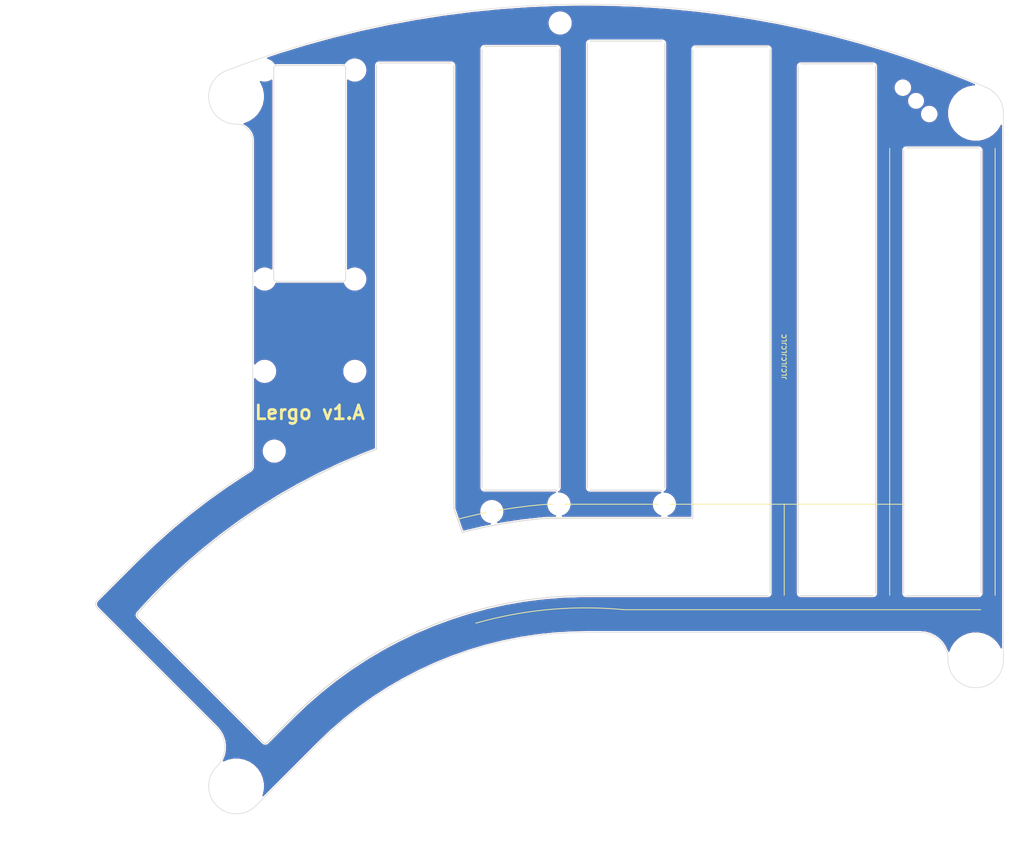
<source format=kicad_pcb>
(kicad_pcb (version 20171130) (host pcbnew 5.1.11-e4df9d881f~92~ubuntu20.04.1)
  (title_block (title "Lergo top plate with rails, large cutouts") (date 2021-11-11) (rev v1.A) (company "Axel Voitier") (comment 1 "SPDX-License-Identifier: CERN-OHL-W-2.0") (comment 2 "Large cutouts variant") (comment 3 "Rail based layout variant"))
  (layers (0 F.Cu signal) (31 B.Cu signal) (34 B.Paste user hide) (35 F.Paste user hide) (36 B.SilkS user hide) (37 F.SilkS user) (38 B.Mask user hide) (39 F.Mask user hide) (44 Edge.Cuts user))
  (net 0 "")
  (module "Lergo Footprints:M2_with_washer" (layer F.Cu) (at 156.92375 108.575)
    (fp_text reference REF** hide)
    (fp_text value MountingHole_2.2mm_M2_ISO14580)
    (pad "" np_thru_hole circle (at 0 0) (size 2 2) (drill 2) (layers *.Cu *.Mask) (clearance 1.1))
  )
  (module "Lergo Footprints:M5_with_washer" (layer F.Cu) (at 98.638899 34.932171)
    (fp_text reference REF** hide)
    (fp_text value MountingHole_2.2mm_M2_ISO14580)
    (pad "" np_thru_hole circle (at 0 0) (size 5.3 5.3) (drill 5.3) (layers *.Cu *.Mask) (clearance 2.35))
  )
  (module "Lergo Footprints:M5_with_washer" (layer F.Cu) (at 98.638899 159.529137)
    (fp_text reference REF** hide)
    (fp_text value MountingHole_2.2mm_M2_ISO14580)
    (pad "" np_thru_hole circle (at 0 0) (size 5.3 5.3) (drill 5.3) (layers *.Cu *.Mask) (clearance 2.35))
  )
  (module "Lergo Footprints:M5_with_washer" (layer F.Cu) (at 232.220381 136.74)
    (fp_text reference REF** hide)
    (fp_text value MountingHole_2.2mm_M2_ISO14580)
    (pad "" np_thru_hole circle (at 0 0) (size 5.3 5.3) (drill 5.3) (layers *.Cu *.Mask) (clearance 2.35))
  )
  (module "Lergo Footprints:M5_with_washer" (layer F.Cu) (at 232.220381 37.928844)
    (fp_text reference REF** hide)
    (fp_text value MountingHole_2.2mm_M2_ISO14580)
    (pad "" np_thru_hole circle (at 0 0) (size 5.3 5.3) (drill 5.3) (layers *.Cu *.Mask) (clearance 2.35))
  )
  (module "Lergo Footprints:JLCBCB_OrderNumber" (layer F.Cu) (at 197.625 81.975 270)
    (fp_text reference JLCJLCJLCJLC (at 0 0 90) (layer F.SilkS) (effects (font (size 0.8 0.8))))
    (fp_text value JLCBCB_OrderNumber)
  )
  (module "Lergo Footprints:M2_with_washer" (layer F.Cu) (at 175.97375 108.595)
    (fp_text reference REF** hide)
    (fp_text value MountingHole_2.2mm_M2_ISO14580)
    (pad "" np_thru_hole circle (at 0 0) (size 2 2) (drill 2) (layers *.Cu *.Mask) (clearance 1.1))
  )
  (module "Lergo Footprints:CherryMX_Lergo_v1_TopPlate_1u_Rail_Helper" (layer F.Cu) (at 147.543805 119.320811 10)
    (fp_text reference SW2 hide)
    (fp_text value KEY_SWITCH hide)
  )
  (module "Lergo Footprints:M2_with_washer" (layer F.Cu) (at 144.793444 109.920811)
    (fp_text reference REF** hide)
    (fp_text value MountingHole_2.2mm_M2_ISO14580)
    (pad "" np_thru_hole circle (at 0 0) (size 2 2) (drill 2) (layers *.Cu *.Mask) (clearance 1.1))
  )
  (module "Lergo Footprints:M2_with_washer" (layer F.Cu) (at 105.5 99)
    (fp_text reference REF** hide)
    (fp_text value MountingHole_2.2mm_M2_ISO14580)
    (pad "" np_thru_hole circle (at 0 0) (size 2 2) (drill 2) (layers *.Cu *.Mask) (clearance 1.1))
  )
  (module "Lergo Footprints:M2_with_washer" (layer F.Cu) (at 157.14375 21.659375)
    (fp_text reference REF** hide)
    (fp_text value MountingHole_2.2mm_M2_ISO14580)
    (pad "" np_thru_hole circle (at 0 0) (size 2 2) (drill 2) (layers *.Cu *.Mask) (clearance 1.1))
  )
  (module "Lergo Footprints:CherryMX_Lergo_v1_TopPlate_1u_Rail_Helper" (layer F.Cu) (at 140.570866 120.913253 15)
    (fp_text reference SW2 hide)
    (fp_text value KEY_SWITCH hide)
  )
  (module "Lergo Footprints:SK6812_Bit_Bottom" (layer F.Cu) (at 221.4375 35.721875)
    (fp_text reference SW2 hide)
    (fp_text value KEY_SWITCH hide)
    (pad "" np_thru_hole circle (at 2.38125 2.38125) (size 1.2 1.2) (drill 1.2) (layers *.Cu *.Mask) (clearance 0.9))
    (pad "" np_thru_hole circle (at -2.38125 -2.38125) (size 1.2 1.2) (drill 1.2) (layers *.Cu *.Mask) (clearance 0.9))
    (pad "" np_thru_hole circle (at 0 0) (size 2.5 2.5) (drill 2.5) (layers *.Cu *.Mask))
  )
  (module "Lergo Footprints:Arduino_ProMicro_Lergo_v1_TopPlate" (layer F.Cu) (at 111.9 58.3875)
    (fp_text reference SW2 hide)
    (fp_text value "PRO MICRO" hide)
    (fp_arc (start 6 9.44) (end 6 9.94) (angle -90) (layer Edge.Cuts) (width 0.12))
    (fp_arc (start -6 9.44) (end -6.5 9.44) (angle -90) (layer Edge.Cuts) (width 0.12))
    (fp_arc (start -6 -28.56) (end -6 -29.06) (angle -90) (layer Edge.Cuts) (width 0.12))
    (fp_arc (start 6 -28.56) (end 6.5 -28.56) (angle -90) (layer Edge.Cuts) (width 0.12))
    (fp_line (start -6 -29.06) (end 6 -29.06) (layer Edge.Cuts) (width 0.12))
    (fp_line (start 6.5 -28.56) (end 6.5 9.44) (layer Edge.Cuts) (width 0.12))
    (fp_line (start 6 9.94) (end -6 9.94) (layer Edge.Cuts) (width 0.12))
    (fp_line (start -6.5 9.44) (end -6.5 -28.56) (layer Edge.Cuts) (width 0.12))
    (pad "" np_thru_hole circle (at 8.14375 26.19375) (size 2 2) (drill 2) (layers *.Cu *.Mask) (clearance 1.1))
    (pad "" np_thru_hole circle (at -8.14375 -28.23) (size 2 2) (drill 2) (layers *.Cu *.Mask) (clearance 1.1))
    (pad "" np_thru_hole circle (at -8.14375 9.525) (size 2 2) (drill 2) (layers *.Cu *.Mask) (clearance 1.1))
    (pad "" np_thru_hole circle (at 8.14375 9.525) (size 2 2) (drill 2) (layers *.Cu *.Mask) (clearance 1.1))
    (pad "" np_thru_hole circle (at 8.14375 -28.23) (size 2 2) (drill 2) (layers *.Cu *.Mask) (clearance 1.1))
    (pad "" np_thru_hole circle (at -8.14375 26.19375) (size 2 2) (drill 2) (layers *.Cu *.Mask) (clearance 1.1))
  )
  (module "Lergo Footprints:CherryMX_Lergo_v1_TopPlate_1u_Rail_Helper" (layer F.Cu) (at 207.15 118.12 270)
    (fp_text reference SW2 hide)
    (fp_text value KEY_SWITCH hide)
  )
  (module "Lergo Footprints:CherryMX_Lergo_v1_TopPlate_1u_Rail_Helper" (layer F.Cu) (at 226.2 118.12 270)
    (fp_text reference SW2 hide)
    (fp_text value KEY_SWITCH hide)
  )
  (module "Lergo Footprints:CherryMX_Lergo_v1_TopPlate_1u_Rail_Helper" (layer F.Cu) (at 226.2 51.2 90)
    (fp_text reference SW2 hide)
    (fp_text value KEY_SWITCH hide)
  )
  (module "Lergo Footprints:CherryMX_Lergo_v1_TopPlate_2u_1u_Rail_Helper" (layer F.Cu) (at 97.135413 135.364647 45)
    (fp_text reference SW2 hide)
    (fp_text value KEY_SWITCH hide)
  )
  (module "Lergo Footprints:CherryMX_Lergo_v1_TopPlate_2u_1u_Rail_Helper" (layer F.Cu) (at 132.003452 113.573203 19)
    (fp_text reference SW2 hide)
    (fp_text value KEY_SWITCH hide)
  )
  (module "Lergo Footprints:CherryMX_Lergo_v1_TopPlate_Corner" (layer F.Cu) (at 194.8 124.82)
    (fp_text reference REF** hide)
    (fp_text value CherryMX_Kyfle_v1_TopPlate_Corner hide)
    (pad "" np_thru_hole circle (at 0 0) (size 0.6 0.6) (drill 0.6) (layers *.Cu *.Mask))
  )
  (module "Lergo Footprints:CherryMX_Lergo_v1_TopPlate_1u_Rail_Helper" (layer F.Cu) (at 130.95 108.59 180)
    (fp_text reference SW2 hide)
    (fp_text value KEY_SWITCH hide)
  )
  (module "Lergo Footprints:CherryMX_Lergo_v1_TopPlate_1u_Rail_Helper" (layer F.Cu) (at 161.76 118.12 180)
    (fp_text reference SW2 hide)
    (fp_text value KEY_SWITCH hide)
  )
  (module "Lergo Footprints:CherryMX_Lergo_v1_TopPlate_1u_Rail_Helper" (layer F.Cu) (at 188.1 118.12)
    (fp_text reference SW2 hide)
    (fp_text value KEY_SWITCH hide)
  )
  (module "Lergo Footprints:CherryMX_Lergo_v1_TopPlate_1u_Rail_End" (layer F.Cu) (at 150 99.05 180)
    (fp_text reference SW2 hide)
    (fp_text value KEY_SWITCH hide)
    (fp_arc (start 6.5 -6.5) (end 7 -6.5) (angle -90) (layer Edge.Cuts) (width 0.15))
    (fp_arc (start -6.5 -6.5) (end -6.5 -7) (angle -90) (layer Edge.Cuts) (width 0.15))
    (fp_line (start -7 -6.5) (end -7 0) (layer Edge.Cuts) (width 0.15))
    (fp_line (start 7 0) (end 7 -6.5) (layer Edge.Cuts) (width 0.15))
    (fp_line (start 6.5 -7) (end -6.5 -7) (layer Edge.Cuts) (width 0.15))
    (pad "" np_thru_hole circle (at -6.7 -6.7 180) (size 0.6 0.6) (drill 0.6) (layers *.Cu))
    (pad "" np_thru_hole circle (at 6.7 -6.7 180) (size 0.6 0.6) (drill 0.6) (layers *.Cu))
  )
  (module "Lergo Footprints:CherryMX_Lergo_v1_TopPlate_1u_Rail_End" (layer F.Cu) (at 130.95 35.86)
    (fp_text reference SW2 hide)
    (fp_text value KEY_SWITCH hide)
    (fp_arc (start 6.5 -6.5) (end 7 -6.5) (angle -90) (layer Edge.Cuts) (width 0.15))
    (fp_arc (start -6.5 -6.5) (end -6.5 -7) (angle -90) (layer Edge.Cuts) (width 0.15))
    (fp_line (start -7 -6.5) (end -7 0) (layer Edge.Cuts) (width 0.15))
    (fp_line (start 7 0) (end 7 -6.5) (layer Edge.Cuts) (width 0.15))
    (fp_line (start 6.5 -7) (end -6.5 -7) (layer Edge.Cuts) (width 0.15))
    (pad "" np_thru_hole circle (at -6.7 -6.7) (size 0.6 0.6) (drill 0.6) (layers *.Cu))
    (pad "" np_thru_hole circle (at 6.7 -6.7) (size 0.6 0.6) (drill 0.6) (layers *.Cu))
  )
  (module "Lergo Footprints:CherryMX_Lergo_v1_TopPlate_1u_Rail_End" (layer F.Cu) (at 207.15 36.02)
    (fp_text reference SW2 hide)
    (fp_text value KEY_SWITCH hide)
    (fp_arc (start 6.5 -6.5) (end 7 -6.5) (angle -90) (layer Edge.Cuts) (width 0.15))
    (fp_arc (start -6.5 -6.5) (end -6.5 -7) (angle -90) (layer Edge.Cuts) (width 0.15))
    (fp_line (start -7 -6.5) (end -7 0) (layer Edge.Cuts) (width 0.15))
    (fp_line (start 7 0) (end 7 -6.5) (layer Edge.Cuts) (width 0.15))
    (fp_line (start 6.5 -7) (end -6.5 -7) (layer Edge.Cuts) (width 0.15))
    (pad "" np_thru_hole circle (at -6.7 -6.7) (size 0.6 0.6) (drill 0.6) (layers *.Cu))
    (pad "" np_thru_hole circle (at 6.7 -6.7) (size 0.6 0.6) (drill 0.6) (layers *.Cu))
  )
  (module "Lergo Footprints:CherryMX_Lergo_v1_TopPlate_1u_Rail_End" (layer F.Cu) (at 188.1 32.94)
    (fp_text reference SW2 hide)
    (fp_text value KEY_SWITCH hide)
    (fp_arc (start 6.5 -6.5) (end 7 -6.5) (angle -90) (layer Edge.Cuts) (width 0.15))
    (fp_arc (start -6.5 -6.5) (end -6.5 -7) (angle -90) (layer Edge.Cuts) (width 0.15))
    (fp_line (start -7 -6.5) (end -7 0) (layer Edge.Cuts) (width 0.15))
    (fp_line (start 7 0) (end 7 -6.5) (layer Edge.Cuts) (width 0.15))
    (fp_line (start 6.5 -7) (end -6.5 -7) (layer Edge.Cuts) (width 0.15))
    (pad "" np_thru_hole circle (at -6.7 -6.7) (size 0.6 0.6) (drill 0.6) (layers *.Cu))
    (pad "" np_thru_hole circle (at 6.7 -6.7) (size 0.6 0.6) (drill 0.6) (layers *.Cu))
  )
  (module "Lergo Footprints:CherryMX_Lergo_v1_TopPlate_1u_Rail_End" (layer F.Cu) (at 169.05 31.9)
    (fp_text reference SW2 hide)
    (fp_text value KEY_SWITCH hide)
    (fp_arc (start 6.5 -6.5) (end 7 -6.5) (angle -90) (layer Edge.Cuts) (width 0.15))
    (fp_arc (start -6.5 -6.5) (end -6.5 -7) (angle -90) (layer Edge.Cuts) (width 0.15))
    (fp_line (start -7 -6.5) (end -7 0) (layer Edge.Cuts) (width 0.15))
    (fp_line (start 7 0) (end 7 -6.5) (layer Edge.Cuts) (width 0.15))
    (fp_line (start 6.5 -7) (end -6.5 -7) (layer Edge.Cuts) (width 0.15))
    (pad "" np_thru_hole circle (at -6.7 -6.7) (size 0.6 0.6) (drill 0.6) (layers *.Cu))
    (pad "" np_thru_hole circle (at 6.7 -6.7) (size 0.6 0.6) (drill 0.6) (layers *.Cu))
  )
  (module "Lergo Footprints:CherryMX_Lergo_v1_TopPlate_1u_Rail_End" (layer F.Cu) (at 169.05 99.07 180)
    (fp_text reference SW2 hide)
    (fp_text value KEY_SWITCH hide)
    (fp_arc (start 6.5 -6.5) (end 7 -6.5) (angle -90) (layer Edge.Cuts) (width 0.15))
    (fp_arc (start -6.5 -6.5) (end -6.5 -7) (angle -90) (layer Edge.Cuts) (width 0.15))
    (fp_line (start -7 -6.5) (end -7 0) (layer Edge.Cuts) (width 0.15))
    (fp_line (start 7 0) (end 7 -6.5) (layer Edge.Cuts) (width 0.15))
    (fp_line (start 6.5 -7) (end -6.5 -7) (layer Edge.Cuts) (width 0.15))
    (pad "" np_thru_hole circle (at -6.7 -6.7 180) (size 0.6 0.6) (drill 0.6) (layers *.Cu))
    (pad "" np_thru_hole circle (at 6.7 -6.7 180) (size 0.6 0.6) (drill 0.6) (layers *.Cu))
  )
  (module "Lergo Footprints:CherryMX_Lergo_v1_TopPlate_1u_Rail_End" (layer F.Cu) (at 150 32.86)
    (fp_text reference SW2 hide)
    (fp_text value KEY_SWITCH hide)
    (fp_arc (start 6.5 -6.5) (end 7 -6.5) (angle -90) (layer Edge.Cuts) (width 0.15))
    (fp_arc (start -6.5 -6.5) (end -6.5 -7) (angle -90) (layer Edge.Cuts) (width 0.15))
    (fp_line (start -7 -6.5) (end -7 0) (layer Edge.Cuts) (width 0.15))
    (fp_line (start 7 0) (end 7 -6.5) (layer Edge.Cuts) (width 0.15))
    (fp_line (start 6.5 -7) (end -6.5 -7) (layer Edge.Cuts) (width 0.15))
    (pad "" np_thru_hole circle (at -6.7 -6.7) (size 0.6 0.6) (drill 0.6) (layers *.Cu))
    (pad "" np_thru_hole circle (at 6.7 -6.7) (size 0.6 0.6) (drill 0.6) (layers *.Cu))
  )
  (module "Lergo Footprints:CherryMX_Lergo_v1_TopPlate_1u_Rail_End" (layer F.Cu) (at 226.2 51.2)
    (fp_text reference SW2 hide)
    (fp_text value KEY_SWITCH hide)
    (fp_arc (start 6.5 -6.5) (end 7 -6.5) (angle -90) (layer Edge.Cuts) (width 0.15))
    (fp_arc (start -6.5 -6.5) (end -6.5 -7) (angle -90) (layer Edge.Cuts) (width 0.15))
    (fp_line (start -7 -6.5) (end -7 0) (layer Edge.Cuts) (width 0.15))
    (fp_line (start 7 0) (end 7 -6.5) (layer Edge.Cuts) (width 0.15))
    (fp_line (start 6.5 -7) (end -6.5 -7) (layer Edge.Cuts) (width 0.15))
    (pad "" np_thru_hole circle (at -6.7 -6.7) (size 0.6 0.6) (drill 0.6) (layers *.Cu))
    (pad "" np_thru_hole circle (at 6.7 -6.7) (size 0.6 0.6) (drill 0.6) (layers *.Cu))
  )
  (module "Lergo Footprints:CherryMX_Lergo_v1_TopPlate_1u_Rail_End" (layer F.Cu) (at 226.2 118.12 180)
    (fp_text reference SW2 hide)
    (fp_text value KEY_SWITCH hide)
    (fp_arc (start 6.5 -6.5) (end 7 -6.5) (angle -90) (layer Edge.Cuts) (width 0.15))
    (fp_arc (start -6.5 -6.5) (end -6.5 -7) (angle -90) (layer Edge.Cuts) (width 0.15))
    (fp_line (start -7 -6.5) (end -7 0) (layer Edge.Cuts) (width 0.15))
    (fp_line (start 7 0) (end 7 -6.5) (layer Edge.Cuts) (width 0.15))
    (fp_line (start 6.5 -7) (end -6.5 -7) (layer Edge.Cuts) (width 0.15))
    (pad "" np_thru_hole circle (at -6.7 -6.7 180) (size 0.6 0.6) (drill 0.6) (layers *.Cu))
    (pad "" np_thru_hole circle (at 6.7 -6.7 180) (size 0.6 0.6) (drill 0.6) (layers *.Cu))
  )
  (module "Lergo Footprints:CherryMX_Lergo_v1_TopPlate_1u_Rail_End" (layer F.Cu) (at 207.15 118.12 180)
    (fp_text reference SW2 hide)
    (fp_text value KEY_SWITCH hide)
    (fp_arc (start 6.5 -6.5) (end 7 -6.5) (angle -90) (layer Edge.Cuts) (width 0.15))
    (fp_arc (start -6.5 -6.5) (end -6.5 -7) (angle -90) (layer Edge.Cuts) (width 0.15))
    (fp_line (start -7 -6.5) (end -7 0) (layer Edge.Cuts) (width 0.15))
    (fp_line (start 7 0) (end 7 -6.5) (layer Edge.Cuts) (width 0.15))
    (fp_line (start 6.5 -7) (end -6.5 -7) (layer Edge.Cuts) (width 0.15))
    (pad "" np_thru_hole circle (at -6.7 -6.7 180) (size 0.6 0.6) (drill 0.6) (layers *.Cu))
    (pad "" np_thru_hole circle (at 6.7 -6.7 180) (size 0.6 0.6) (drill 0.6) (layers *.Cu))
  )
  (gr_line (start 197.625 125.04375) (end 197.625 108.595) (layer F.SilkS) (width 0.15))
  (gr_arc (start 161.760381 199.9936) (end 168.683749 127.645001) (angle -21.31228169) (layer F.SilkS) (width 0.15))
  (gr_arc (start 161.760381 199.9936) (end 154.83625 108.595) (angle -10.30234971) (layer F.SilkS) (width 0.15))
  (gr_line (start 154.83625 108.595) (end 219.27625 108.595) (layer F.SilkS) (width 0.15))
  (gr_line (start 233.12375 127.645) (end 168.68375 127.645) (layer F.SilkS) (width 0.15))
  (gr_line (start 216.675 44.27625) (end 216.675 125.04375) (layer F.SilkS) (width 0.15))
  (gr_line (start 235.725 125.04375) (end 235.725 44.27625) (layer F.SilkS) (width 0.15))
  (gr_line (start 137.95 109.342358) (end 139.444588 113.682955) (layer Edge.Cuts) (width 0.15))
  (gr_line (start 80.83067 128.2497) (end 80.854279 128.275902) (layer Edge.Cuts) (width 0.15))
  (gr_arc (start 161.760381 199.9936) (end 123.95 98.666504) (angle -27.97997949) (layer Edge.Cuts) (width 0.15))
  (gr_line (start 103.517053 151.64578) (end 80.854279 128.983008) (layer Edge.Cuts) (width 0.15))
  (gr_line (start 108.818744 147.047978) (end 104.224158 151.645779) (layer Edge.Cuts) (width 0.15))
  (gr_arc (start 81.207832 128.629455) (end 80.854279 128.275902) (angle -90) (layer Edge.Cuts) (width 0.15))
  (gr_arc (start 103.870605 151.292227) (end 103.517053 151.64578) (angle -90) (layer Edge.Cuts) (width 0.15))
  (gr_line (start 154.760001 111.120001) (end 181.1 111.12) (layer Edge.Cuts) (width 0.15))
  (gr_arc (start 194.6 124.62) (end 194.6 125.12) (angle -90) (layer Edge.Cuts) (width 0.15))
  (gr_arc (start 161.760381 199.9936) (end 154.760001 111.120001) (angle -9.992714853) (layer Edge.Cuts) (width 0.15))
  (gr_line (start 161.760001 125.120001) (end 194.6 125.12) (layer Edge.Cuts) (width 0.15))
  (gr_arc (start 161.760381 199.9936) (end 161.760001 125.120001) (angle -44.99755286) (layer Edge.Cuts) (width 0.15))
  (gr_line (start 123.95 35.86) (end 123.95 98.666504) (layer Edge.Cuts) (width 0.15))
  (gr_line (start 137.95 109.342358) (end 137.95 35.86) (layer Edge.Cuts) (width 0.15))
  (gr_line (start 143 32.86) (end 143 99.05) (layer Edge.Cuts) (width 0.15))
  (gr_line (start 157 99.05) (end 157 32.86) (layer Edge.Cuts) (width 0.15))
  (gr_line (start 162.05 31.9) (end 162.05 99.07) (layer Edge.Cuts) (width 0.15))
  (gr_line (start 176.05 99.07) (end 176.05 31.9) (layer Edge.Cuts) (width 0.15))
  (gr_line (start 181.1 32.94) (end 181.1 111.12) (layer Edge.Cuts) (width 0.15))
  (gr_line (start 195.1 124.62) (end 195.1 32.94) (layer Edge.Cuts) (width 0.15))
  (gr_line (start 200.15 36.02) (end 200.15 118.12) (layer Edge.Cuts) (width 0.15))
  (gr_line (start 214.15 118.12) (end 214.15 36.02) (layer Edge.Cuts) (width 0.15))
  (gr_line (start 219.2 51.2) (end 219.2 118.12) (layer Edge.Cuts) (width 0.15))
  (gr_line (start 233.2 118.12) (end 233.2 51.2) (layer Edge.Cuts) (width 0.15))
  (gr_arc (start 74.231955 126.636911) (end 73.524848 125.929804) (angle -90) (layer Edge.Cuts) (width 0.12))
  (gr_arc (start 91.567831 152.458069) (end 95.103365 155.993603) (angle -90) (layer Edge.Cuts) (width 0.1))
  (gr_arc (start 98.638899 159.529137) (end 95.103365 155.993603) (angle -180) (layer Edge.Cuts) (width 0.1))
  (gr_arc (start 98.641295 42.905771) (end 101.614896 42.905771) (angle -90) (layer Edge.Cuts) (width 0.1))
  (gr_arc (start 98.638899 34.932171) (end 96.852971 30.262004) (angle -159.1) (layer Edge.Cuts) (width 0.1))
  (gr_arc (start 222.220381 136.74) (end 227.220381 136.74) (angle -90) (layer Edge.Cuts) (width 0.1))
  (gr_arc (start 232.220381 136.74) (end 227.220381 136.74) (angle -180) (layer Edge.Cuts) (width 0.1))
  (gr_arc (start 100.614896 101.696643) (end 101.143092 102.545766) (angle -58.1) (layer Edge.Cuts) (width 0.1))
  (gr_line (start 101.614896 42.905771) (end 101.614896 101.696929) (layer Edge.Cuts) (width 0.1))
  (gr_text "Lergo v1.A" (at 111.9 92.025) (layer F.SilkS) (effects (font (size 2.5 2.5) (thickness 0.5))))
  (gr_arc (start 232.220381 37.928844) (end 237.220381 37.928844) (angle -66.5) (layer Edge.Cuts) (width 0.1))
  (gr_arc (start 161.760381 199.9936) (end 234.214126 33.343544) (angle -44.42521298) (layer Edge.Cuts) (width 0.1))
  (gr_arc (start 161.760381 199.9936) (end 101.143092 102.545766) (angle -13.11497318) (layer Edge.Cuts) (width 0.1))
  (gr_line (start 73.524848 125.929804) (end 80.612709 118.841943) (layer Edge.Cuts) (width 0.1))
  (gr_line (start 95.103365 148.922535) (end 73.524848 127.344018) (layer Edge.Cuts) (width 0.1))
  (gr_line (start 113.500343 151.733562) (end 102.174433 163.064671) (layer Edge.Cuts) (width 0.1))
  (gr_arc (start 161.760381 199.9936) (end 161.760381 131.7436) (angle -45) (layer Edge.Cuts) (width 0.1))
  (gr_line (start 161.760381 131.7436) (end 222.220381 131.74) (layer Edge.Cuts) (width 0.1))
  (gr_line (start 237.220381 37.928844) (end 237.220381 136.74) (layer Edge.Cuts) (width 0.1))
  (zone (net 0) (net_name "") (layer F.Cu) (connect_pads (clearance 0.2)) (min_thickness 0.254) (fill yes (arc_segments 32) (thermal_gap 0.508) (thermal_bridge_width 0.508))
    (polygon (pts (xy 55.95 132.5) (xy 95.95 172.5) (xy 135.95 142.5) (xy 240.95 142.5) (xy 240.95 17.5) (xy 90.95 17.5) (xy 90.95 97.5)))
  )
  (zone (net 0) (net_name "") (layer B.Cu) (connect_pads (clearance 0.2)) (min_thickness 0.254) (fill yes (arc_segments 32) (thermal_gap 0.508) (thermal_bridge_width 0.508))
    (polygon (pts (xy 55.95 132.5) (xy 95.95 172.5) (xy 135.95 142.5) (xy 240.95 142.5) (xy 240.95 17.5) (xy 90.95 17.5) (xy 90.95 97.5)))
  )
  (zone (net 0) (net_name "") (layers F&B.Cu) (connect_pads (clearance 0.2)) (min_thickness 0.254)
    (keepout (tracks allowed) (vias allowed) (copperpour not_allowed))
    (fill (arc_segments 32) (thermal_gap 0.508) (thermal_bridge_width 0.508))
    (polygon (pts (xy 102.275 31.175) (xy 98.875 31.175) (xy 98.875 28.575) (xy 102.275 28.575)))
  )
)
</source>
